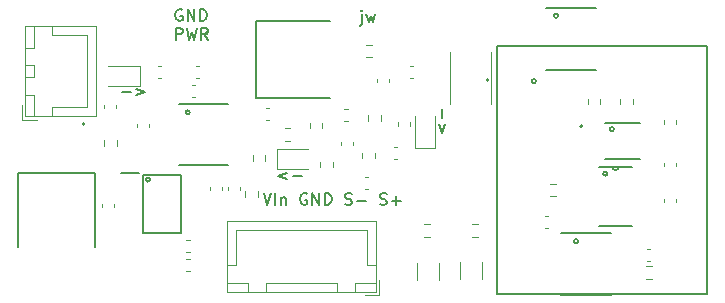
<source format=gbr>
%TF.GenerationSoftware,KiCad,Pcbnew,7.0.9*%
%TF.CreationDate,2024-01-14T15:58:55-05:00*%
%TF.ProjectId,5.2_5V,352e325f-3556-42e6-9b69-6361645f7063,rev?*%
%TF.SameCoordinates,Original*%
%TF.FileFunction,Legend,Top*%
%TF.FilePolarity,Positive*%
%FSLAX46Y46*%
G04 Gerber Fmt 4.6, Leading zero omitted, Abs format (unit mm)*
G04 Created by KiCad (PCBNEW 7.0.9) date 2024-01-14 15:58:55*
%MOMM*%
%LPD*%
G01*
G04 APERTURE LIST*
%ADD10C,0.150000*%
%ADD11C,0.120000*%
%ADD12C,0.127000*%
%ADD13C,0.200000*%
%ADD14C,0.152400*%
G04 APERTURE END LIST*
D10*
X161801133Y-40773579D02*
X161801133Y-41535484D01*
X162086847Y-42011674D02*
X161801133Y-42773579D01*
X161801133Y-42773579D02*
X161515419Y-42011674D01*
X149929620Y-46434333D02*
X149167716Y-46434333D01*
X148691525Y-46720047D02*
X147929621Y-46434333D01*
X147929621Y-46434333D02*
X148691525Y-46148619D01*
X134702779Y-39316066D02*
X135464684Y-39316066D01*
X135940874Y-39030352D02*
X136702779Y-39316066D01*
X136702779Y-39316066D02*
X135940874Y-39601780D01*
X169773600Y-38404800D02*
G75*
G03*
X169773600Y-38404800I-183162J0D01*
G01*
X140462000Y-41046400D02*
G75*
G03*
X140462000Y-41046400I-183162J0D01*
G01*
X173329600Y-51968400D02*
G75*
G03*
X173329600Y-51968400I-183162J0D01*
G01*
X171653200Y-32867600D02*
G75*
G03*
X171653200Y-32867600I-183162J0D01*
G01*
X176377600Y-42468800D02*
G75*
G03*
X176377600Y-42468800I-183162J0D01*
G01*
X175818800Y-46228000D02*
G75*
G03*
X175818800Y-46228000I-183162J0D01*
G01*
X137089162Y-46736000D02*
G75*
G03*
X137089162Y-46736000I-183162J0D01*
G01*
X146701122Y-47891819D02*
X147034455Y-48891819D01*
X147034455Y-48891819D02*
X147367788Y-47891819D01*
X147701122Y-48891819D02*
X147701122Y-47891819D01*
X148177312Y-48225152D02*
X148177312Y-48891819D01*
X148177312Y-48320390D02*
X148224931Y-48272771D01*
X148224931Y-48272771D02*
X148320169Y-48225152D01*
X148320169Y-48225152D02*
X148463026Y-48225152D01*
X148463026Y-48225152D02*
X148558264Y-48272771D01*
X148558264Y-48272771D02*
X148605883Y-48368009D01*
X148605883Y-48368009D02*
X148605883Y-48891819D01*
X150367788Y-47939438D02*
X150272550Y-47891819D01*
X150272550Y-47891819D02*
X150129693Y-47891819D01*
X150129693Y-47891819D02*
X149986836Y-47939438D01*
X149986836Y-47939438D02*
X149891598Y-48034676D01*
X149891598Y-48034676D02*
X149843979Y-48129914D01*
X149843979Y-48129914D02*
X149796360Y-48320390D01*
X149796360Y-48320390D02*
X149796360Y-48463247D01*
X149796360Y-48463247D02*
X149843979Y-48653723D01*
X149843979Y-48653723D02*
X149891598Y-48748961D01*
X149891598Y-48748961D02*
X149986836Y-48844200D01*
X149986836Y-48844200D02*
X150129693Y-48891819D01*
X150129693Y-48891819D02*
X150224931Y-48891819D01*
X150224931Y-48891819D02*
X150367788Y-48844200D01*
X150367788Y-48844200D02*
X150415407Y-48796580D01*
X150415407Y-48796580D02*
X150415407Y-48463247D01*
X150415407Y-48463247D02*
X150224931Y-48463247D01*
X150843979Y-48891819D02*
X150843979Y-47891819D01*
X150843979Y-47891819D02*
X151415407Y-48891819D01*
X151415407Y-48891819D02*
X151415407Y-47891819D01*
X151891598Y-48891819D02*
X151891598Y-47891819D01*
X151891598Y-47891819D02*
X152129693Y-47891819D01*
X152129693Y-47891819D02*
X152272550Y-47939438D01*
X152272550Y-47939438D02*
X152367788Y-48034676D01*
X152367788Y-48034676D02*
X152415407Y-48129914D01*
X152415407Y-48129914D02*
X152463026Y-48320390D01*
X152463026Y-48320390D02*
X152463026Y-48463247D01*
X152463026Y-48463247D02*
X152415407Y-48653723D01*
X152415407Y-48653723D02*
X152367788Y-48748961D01*
X152367788Y-48748961D02*
X152272550Y-48844200D01*
X152272550Y-48844200D02*
X152129693Y-48891819D01*
X152129693Y-48891819D02*
X151891598Y-48891819D01*
X153605884Y-48844200D02*
X153748741Y-48891819D01*
X153748741Y-48891819D02*
X153986836Y-48891819D01*
X153986836Y-48891819D02*
X154082074Y-48844200D01*
X154082074Y-48844200D02*
X154129693Y-48796580D01*
X154129693Y-48796580D02*
X154177312Y-48701342D01*
X154177312Y-48701342D02*
X154177312Y-48606104D01*
X154177312Y-48606104D02*
X154129693Y-48510866D01*
X154129693Y-48510866D02*
X154082074Y-48463247D01*
X154082074Y-48463247D02*
X153986836Y-48415628D01*
X153986836Y-48415628D02*
X153796360Y-48368009D01*
X153796360Y-48368009D02*
X153701122Y-48320390D01*
X153701122Y-48320390D02*
X153653503Y-48272771D01*
X153653503Y-48272771D02*
X153605884Y-48177533D01*
X153605884Y-48177533D02*
X153605884Y-48082295D01*
X153605884Y-48082295D02*
X153653503Y-47987057D01*
X153653503Y-47987057D02*
X153701122Y-47939438D01*
X153701122Y-47939438D02*
X153796360Y-47891819D01*
X153796360Y-47891819D02*
X154034455Y-47891819D01*
X154034455Y-47891819D02*
X154177312Y-47939438D01*
X154605884Y-48510866D02*
X155367789Y-48510866D01*
X156558265Y-48844200D02*
X156701122Y-48891819D01*
X156701122Y-48891819D02*
X156939217Y-48891819D01*
X156939217Y-48891819D02*
X157034455Y-48844200D01*
X157034455Y-48844200D02*
X157082074Y-48796580D01*
X157082074Y-48796580D02*
X157129693Y-48701342D01*
X157129693Y-48701342D02*
X157129693Y-48606104D01*
X157129693Y-48606104D02*
X157082074Y-48510866D01*
X157082074Y-48510866D02*
X157034455Y-48463247D01*
X157034455Y-48463247D02*
X156939217Y-48415628D01*
X156939217Y-48415628D02*
X156748741Y-48368009D01*
X156748741Y-48368009D02*
X156653503Y-48320390D01*
X156653503Y-48320390D02*
X156605884Y-48272771D01*
X156605884Y-48272771D02*
X156558265Y-48177533D01*
X156558265Y-48177533D02*
X156558265Y-48082295D01*
X156558265Y-48082295D02*
X156605884Y-47987057D01*
X156605884Y-47987057D02*
X156653503Y-47939438D01*
X156653503Y-47939438D02*
X156748741Y-47891819D01*
X156748741Y-47891819D02*
X156986836Y-47891819D01*
X156986836Y-47891819D02*
X157129693Y-47939438D01*
X157558265Y-48510866D02*
X158320170Y-48510866D01*
X157939217Y-48891819D02*
X157939217Y-48129914D01*
X155022779Y-32731152D02*
X155022779Y-33588295D01*
X155022779Y-33588295D02*
X154975160Y-33683533D01*
X154975160Y-33683533D02*
X154879922Y-33731152D01*
X154879922Y-33731152D02*
X154832303Y-33731152D01*
X155022779Y-32397819D02*
X154975160Y-32445438D01*
X154975160Y-32445438D02*
X155022779Y-32493057D01*
X155022779Y-32493057D02*
X155070398Y-32445438D01*
X155070398Y-32445438D02*
X155022779Y-32397819D01*
X155022779Y-32397819D02*
X155022779Y-32493057D01*
X155403731Y-32731152D02*
X155594207Y-33397819D01*
X155594207Y-33397819D02*
X155784683Y-32921628D01*
X155784683Y-32921628D02*
X155975159Y-33397819D01*
X155975159Y-33397819D02*
X156165635Y-32731152D01*
X139798588Y-32359438D02*
X139703350Y-32311819D01*
X139703350Y-32311819D02*
X139560493Y-32311819D01*
X139560493Y-32311819D02*
X139417636Y-32359438D01*
X139417636Y-32359438D02*
X139322398Y-32454676D01*
X139322398Y-32454676D02*
X139274779Y-32549914D01*
X139274779Y-32549914D02*
X139227160Y-32740390D01*
X139227160Y-32740390D02*
X139227160Y-32883247D01*
X139227160Y-32883247D02*
X139274779Y-33073723D01*
X139274779Y-33073723D02*
X139322398Y-33168961D01*
X139322398Y-33168961D02*
X139417636Y-33264200D01*
X139417636Y-33264200D02*
X139560493Y-33311819D01*
X139560493Y-33311819D02*
X139655731Y-33311819D01*
X139655731Y-33311819D02*
X139798588Y-33264200D01*
X139798588Y-33264200D02*
X139846207Y-33216580D01*
X139846207Y-33216580D02*
X139846207Y-32883247D01*
X139846207Y-32883247D02*
X139655731Y-32883247D01*
X140274779Y-33311819D02*
X140274779Y-32311819D01*
X140274779Y-32311819D02*
X140846207Y-33311819D01*
X140846207Y-33311819D02*
X140846207Y-32311819D01*
X141322398Y-33311819D02*
X141322398Y-32311819D01*
X141322398Y-32311819D02*
X141560493Y-32311819D01*
X141560493Y-32311819D02*
X141703350Y-32359438D01*
X141703350Y-32359438D02*
X141798588Y-32454676D01*
X141798588Y-32454676D02*
X141846207Y-32549914D01*
X141846207Y-32549914D02*
X141893826Y-32740390D01*
X141893826Y-32740390D02*
X141893826Y-32883247D01*
X141893826Y-32883247D02*
X141846207Y-33073723D01*
X141846207Y-33073723D02*
X141798588Y-33168961D01*
X141798588Y-33168961D02*
X141703350Y-33264200D01*
X141703350Y-33264200D02*
X141560493Y-33311819D01*
X141560493Y-33311819D02*
X141322398Y-33311819D01*
X139274779Y-34921819D02*
X139274779Y-33921819D01*
X139274779Y-33921819D02*
X139655731Y-33921819D01*
X139655731Y-33921819D02*
X139750969Y-33969438D01*
X139750969Y-33969438D02*
X139798588Y-34017057D01*
X139798588Y-34017057D02*
X139846207Y-34112295D01*
X139846207Y-34112295D02*
X139846207Y-34255152D01*
X139846207Y-34255152D02*
X139798588Y-34350390D01*
X139798588Y-34350390D02*
X139750969Y-34398009D01*
X139750969Y-34398009D02*
X139655731Y-34445628D01*
X139655731Y-34445628D02*
X139274779Y-34445628D01*
X140179541Y-33921819D02*
X140417636Y-34921819D01*
X140417636Y-34921819D02*
X140608112Y-34207533D01*
X140608112Y-34207533D02*
X140798588Y-34921819D01*
X140798588Y-34921819D02*
X141036684Y-33921819D01*
X141989064Y-34921819D02*
X141655731Y-34445628D01*
X141417636Y-34921819D02*
X141417636Y-33921819D01*
X141417636Y-33921819D02*
X141798588Y-33921819D01*
X141798588Y-33921819D02*
X141893826Y-33969438D01*
X141893826Y-33969438D02*
X141941445Y-34017057D01*
X141941445Y-34017057D02*
X141989064Y-34112295D01*
X141989064Y-34112295D02*
X141989064Y-34255152D01*
X141989064Y-34255152D02*
X141941445Y-34350390D01*
X141941445Y-34350390D02*
X141893826Y-34398009D01*
X141893826Y-34398009D02*
X141798588Y-34445628D01*
X141798588Y-34445628D02*
X141417636Y-34445628D01*
D11*
%TO.C,R1*%
X165946400Y-35957636D02*
X165946400Y-40311764D01*
X162526400Y-35957636D02*
X162526400Y-40311764D01*
%TO.C,C3*%
X180642800Y-41999780D02*
X180642800Y-41718620D01*
X181662800Y-41999780D02*
X181662800Y-41718620D01*
%TO.C,C1*%
X156335000Y-38494580D02*
X156335000Y-38213420D01*
X157355000Y-38494580D02*
X157355000Y-38213420D01*
%TO.C,C4*%
X140609420Y-38740000D02*
X140890580Y-38740000D01*
X140609420Y-39760000D02*
X140890580Y-39760000D01*
D12*
%TO.C,U3*%
X175604800Y-41984800D02*
X178604800Y-41984800D01*
X175604800Y-44984800D02*
X178604800Y-44984800D01*
D13*
X173704800Y-42234800D02*
G75*
G03*
X173704800Y-42234800I-100000J0D01*
G01*
D11*
%TO.C,J2*%
X126231200Y-41663500D02*
X127481200Y-41663500D01*
X126521200Y-41373500D02*
X132491200Y-41373500D01*
X132491200Y-41373500D02*
X132491200Y-33753500D01*
X126531200Y-41363500D02*
X127281200Y-41363500D01*
X127281200Y-41363500D02*
X127281200Y-39563500D01*
X128781200Y-41363500D02*
X128781200Y-40613500D01*
X128781200Y-40613500D02*
X131731200Y-40613500D01*
X131731200Y-40613500D02*
X131731200Y-37563500D01*
X126231200Y-40413500D02*
X126231200Y-41663500D01*
X126531200Y-39563500D02*
X126531200Y-41363500D01*
X127281200Y-39563500D02*
X126531200Y-39563500D01*
X126531200Y-38063500D02*
X127281200Y-38063500D01*
X127281200Y-38063500D02*
X127281200Y-37063500D01*
X126531200Y-37063500D02*
X126531200Y-38063500D01*
X127281200Y-37063500D02*
X126531200Y-37063500D01*
X126531200Y-35563500D02*
X127281200Y-35563500D01*
X127281200Y-35563500D02*
X127281200Y-33763500D01*
X128781200Y-34513500D02*
X131731200Y-34513500D01*
X131731200Y-34513500D02*
X131731200Y-37563500D01*
X126531200Y-33763500D02*
X126531200Y-35563500D01*
X127281200Y-33763500D02*
X126531200Y-33763500D01*
X128781200Y-33763500D02*
X128781200Y-34513500D01*
X126521200Y-33753500D02*
X126521200Y-41373500D01*
X132491200Y-33753500D02*
X126521200Y-33753500D01*
%TO.C,C5*%
X137781420Y-37082000D02*
X138062580Y-37082000D01*
X137781420Y-38102000D02*
X138062580Y-38102000D01*
%TO.C,J1*%
X156510800Y-56513400D02*
X156510800Y-55263400D01*
X156220800Y-56223400D02*
X156220800Y-50253400D01*
X156220800Y-50253400D02*
X143600800Y-50253400D01*
X156210800Y-56213400D02*
X156210800Y-55463400D01*
X156210800Y-55463400D02*
X154410800Y-55463400D01*
X156210800Y-53963400D02*
X155460800Y-53963400D01*
X155460800Y-53963400D02*
X155460800Y-51013400D01*
X155460800Y-51013400D02*
X149910800Y-51013400D01*
X155260800Y-56513400D02*
X156510800Y-56513400D01*
X154410800Y-56213400D02*
X156210800Y-56213400D01*
X154410800Y-55463400D02*
X154410800Y-56213400D01*
X152910800Y-56213400D02*
X152910800Y-55463400D01*
X152910800Y-55463400D02*
X146910800Y-55463400D01*
X146910800Y-56213400D02*
X152910800Y-56213400D01*
X146910800Y-55463400D02*
X146910800Y-56213400D01*
X145410800Y-56213400D02*
X145410800Y-55463400D01*
X145410800Y-55463400D02*
X143610800Y-55463400D01*
X144360800Y-53963400D02*
X144360800Y-51013400D01*
X144360800Y-51013400D02*
X149910800Y-51013400D01*
X143610800Y-56213400D02*
X145410800Y-56213400D01*
X143610800Y-55463400D02*
X143610800Y-56213400D01*
X143610800Y-53963400D02*
X144360800Y-53963400D01*
X143600800Y-56223400D02*
X156220800Y-56223400D01*
X143600800Y-50253400D02*
X143600800Y-56223400D01*
%TO.C,D6*%
X147835000Y-44108000D02*
X147835000Y-45808000D01*
X147835000Y-44108000D02*
X150495000Y-44108000D01*
X147835000Y-45808000D02*
X150495000Y-45808000D01*
%TO.C,C14*%
X158001580Y-44960000D02*
X157720420Y-44960000D01*
X158001580Y-43940000D02*
X157720420Y-43940000D01*
%TO.C,R5*%
X133208500Y-43886658D02*
X133208500Y-43412142D01*
X134253500Y-43886658D02*
X134253500Y-43412142D01*
D14*
%TO.C,U12*%
X175130947Y-50634900D02*
X177878253Y-50634900D01*
X177878253Y-45631100D02*
X175130947Y-45631100D01*
X176199800Y-45631100D02*
G75*
G03*
X176809400Y-45631100I304800J0D01*
G01*
D12*
%TO.C,Q1*%
X146106000Y-33326000D02*
X152326000Y-33326000D01*
X146106000Y-39826000D02*
X146106000Y-33326000D01*
X152326000Y-39826000D02*
X146106000Y-39826000D01*
D13*
X142036000Y-34276000D02*
G75*
G03*
X142036000Y-34276000I-100000J0D01*
G01*
D11*
%TO.C,C10*%
X146925420Y-40638000D02*
X147206580Y-40638000D01*
X146925420Y-41658000D02*
X147206580Y-41658000D01*
%TO.C,R3*%
X174178700Y-40369258D02*
X174178700Y-39894742D01*
X175223700Y-40369258D02*
X175223700Y-39894742D01*
%TO.C,R10*%
X156605500Y-41291742D02*
X156605500Y-41766258D01*
X155560500Y-41291742D02*
X155560500Y-41766258D01*
%TO.C,L1*%
X153532721Y-40765000D02*
X153858279Y-40765000D01*
X153532721Y-41785000D02*
X153858279Y-41785000D01*
D13*
%TO.C,U8*%
X134618000Y-46213400D02*
X136145000Y-46213400D01*
X136495000Y-46341400D02*
X139691000Y-46341400D01*
X136495000Y-51245400D02*
X136495000Y-46341400D01*
X139691000Y-46341400D02*
X139691000Y-51245400D01*
X139691000Y-51245400D02*
X136495000Y-51245400D01*
D11*
%TO.C,R16*%
X163340000Y-55171964D02*
X163340000Y-53717836D01*
X165160000Y-55171964D02*
X165160000Y-53717836D01*
%TO.C,C18*%
X140450180Y-52884800D02*
X140169020Y-52884800D01*
X140450180Y-51864800D02*
X140169020Y-51864800D01*
%TO.C,C12*%
X155307420Y-46480000D02*
X155588580Y-46480000D01*
X155307420Y-47500000D02*
X155588580Y-47500000D01*
%TO.C,R13*%
X164354742Y-50531500D02*
X164829258Y-50531500D01*
X164354742Y-51576500D02*
X164829258Y-51576500D01*
%TO.C,C15*%
X143156400Y-47370420D02*
X143156400Y-47651580D01*
X142136400Y-47370420D02*
X142136400Y-47651580D01*
%TO.C,R12*%
X145171900Y-48192458D02*
X145171900Y-47717942D01*
X146216900Y-48192458D02*
X146216900Y-47717942D01*
%TO.C,R8*%
X150607500Y-42401258D02*
X150607500Y-41926742D01*
X151652500Y-42401258D02*
X151652500Y-41926742D01*
%TO.C,R18*%
X179086742Y-54087500D02*
X179561258Y-54087500D01*
X179086742Y-55132500D02*
X179561258Y-55132500D01*
D12*
%TO.C,Q2*%
X132415000Y-46196000D02*
X132415000Y-52416000D01*
X125915000Y-46196000D02*
X132415000Y-46196000D01*
X125915000Y-52416000D02*
X125915000Y-46196000D01*
D13*
X131565000Y-42026000D02*
G75*
G03*
X131565000Y-42026000I-100000J0D01*
G01*
D11*
%TO.C,R6*%
X145781500Y-45131258D02*
X145781500Y-44656742D01*
X146826500Y-45131258D02*
X146826500Y-44656742D01*
%TO.C,C23*%
X170828580Y-50802000D02*
X170547420Y-50802000D01*
X170828580Y-49782000D02*
X170547420Y-49782000D01*
%TO.C,R9*%
X152541500Y-45228742D02*
X152541500Y-45703258D01*
X151496500Y-45228742D02*
X151496500Y-45703258D01*
%TO.C,R15*%
X161539600Y-53768636D02*
X161539600Y-55222764D01*
X159719600Y-53768636D02*
X159719600Y-55222764D01*
%TO.C,C19*%
X140450180Y-54459600D02*
X140169020Y-54459600D01*
X140450180Y-53439600D02*
X140169020Y-53439600D01*
%TO.C,C2*%
X159398580Y-38102000D02*
X159117420Y-38102000D01*
X159398580Y-37082000D02*
X159117420Y-37082000D01*
%TO.C,C9*%
X133221000Y-40691980D02*
X133221000Y-40410820D01*
X134241000Y-40691980D02*
X134241000Y-40410820D01*
%TO.C,C6*%
X140956420Y-37082000D02*
X141237580Y-37082000D01*
X140956420Y-38102000D02*
X141237580Y-38102000D01*
D14*
%TO.C,U9*%
X171869100Y-56476900D02*
X176110900Y-56476900D01*
X176110900Y-51219100D02*
X171869100Y-51219100D01*
D11*
%TO.C,D5*%
X136230000Y-38848400D02*
X136230000Y-37148400D01*
X136230000Y-38848400D02*
X133570000Y-38848400D01*
X136230000Y-37148400D02*
X133570000Y-37148400D01*
%TO.C,R7*%
X148479742Y-42403500D02*
X148954258Y-42403500D01*
X148479742Y-43448500D02*
X148954258Y-43448500D01*
D12*
%TO.C,U2*%
X166461600Y-35423200D02*
X166461600Y-56423200D01*
X166461600Y-56423200D02*
X184261600Y-56423200D01*
X184261600Y-35423200D02*
X166461600Y-35423200D01*
X184261600Y-56423200D02*
X184261600Y-35423200D01*
D13*
X165761600Y-38303200D02*
G75*
G03*
X165761600Y-38303200I-100000J0D01*
G01*
D14*
%TO.C,U4*%
X139560300Y-45504100D02*
X143725900Y-45504100D01*
X143725900Y-40347900D02*
X139560300Y-40347900D01*
%TO.C,U1*%
X170599100Y-37426900D02*
X174840900Y-37426900D01*
X174840900Y-32169100D02*
X170599100Y-32169100D01*
D11*
%TO.C,C13*%
X159133000Y-41896420D02*
X159133000Y-42177580D01*
X158113000Y-41896420D02*
X158113000Y-42177580D01*
%TO.C,R11*%
X155052500Y-44941258D02*
X155052500Y-44466742D01*
X156097500Y-44941258D02*
X156097500Y-44466742D01*
%TO.C,R4*%
X176921900Y-40369258D02*
X176921900Y-39894742D01*
X177966900Y-40369258D02*
X177966900Y-39894742D01*
%TO.C,C17*%
X134012400Y-48792820D02*
X134012400Y-49073980D01*
X132992400Y-48792820D02*
X132992400Y-49073980D01*
%TO.C,C11*%
X154307000Y-43547420D02*
X154307000Y-43828580D01*
X153287000Y-43547420D02*
X153287000Y-43828580D01*
%TO.C,R17*%
X170982742Y-47107500D02*
X171457258Y-47107500D01*
X170982742Y-48152500D02*
X171457258Y-48152500D01*
%TO.C,C22*%
X179183420Y-52576000D02*
X179464580Y-52576000D01*
X179183420Y-53596000D02*
X179464580Y-53596000D01*
%TO.C,C16*%
X144680400Y-47370420D02*
X144680400Y-47651580D01*
X143660400Y-47370420D02*
X143660400Y-47651580D01*
%TO.C,C20*%
X180592000Y-45606580D02*
X180592000Y-45325420D01*
X181612000Y-45606580D02*
X181612000Y-45325420D01*
%TO.C,C8*%
X137035000Y-42023420D02*
X137035000Y-42304580D01*
X136015000Y-42023420D02*
X136015000Y-42304580D01*
%TO.C,D4*%
X159551000Y-44028000D02*
X161251000Y-44028000D01*
X159551000Y-44028000D02*
X159551000Y-41368000D01*
X161251000Y-44028000D02*
X161251000Y-41368000D01*
%TO.C,C21*%
X181612000Y-48386420D02*
X181612000Y-48667580D01*
X180592000Y-48386420D02*
X180592000Y-48667580D01*
%TO.C,R14*%
X160290742Y-50531500D02*
X160765258Y-50531500D01*
X160290742Y-51576500D02*
X160765258Y-51576500D01*
%TO.C,R2*%
X155888458Y-36387300D02*
X155413942Y-36387300D01*
X155888458Y-35342300D02*
X155413942Y-35342300D01*
%TD*%
M02*

</source>
